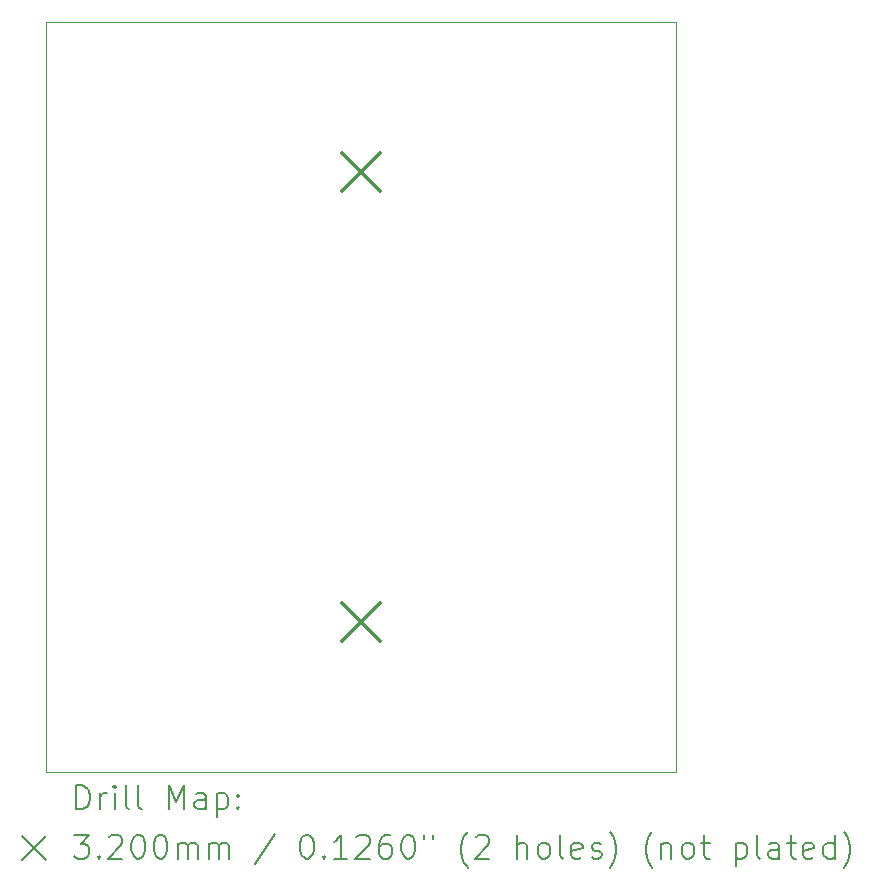
<source format=gbr>
%TF.GenerationSoftware,KiCad,Pcbnew,7.0.7*%
%TF.CreationDate,2023-09-14T17:32:07-04:00*%
%TF.ProjectId,Temps_North_DCT_HSK,54656d70-735f-44e6-9f72-74685f444354,B*%
%TF.SameCoordinates,Original*%
%TF.FileFunction,Drillmap*%
%TF.FilePolarity,Positive*%
%FSLAX45Y45*%
G04 Gerber Fmt 4.5, Leading zero omitted, Abs format (unit mm)*
G04 Created by KiCad (PCBNEW 7.0.7) date 2023-09-14 17:32:07*
%MOMM*%
%LPD*%
G01*
G04 APERTURE LIST*
%ADD10C,0.100000*%
%ADD11C,0.200000*%
%ADD12C,0.320000*%
G04 APERTURE END LIST*
D10*
X10160000Y-5080000D02*
X15494000Y-5080000D01*
X15494000Y-11430000D01*
X10160000Y-11430000D01*
X10160000Y-5080000D01*
D11*
D12*
X12667000Y-6190000D02*
X12987000Y-6510000D01*
X12987000Y-6190000D02*
X12667000Y-6510000D01*
X12667000Y-10000000D02*
X12987000Y-10320000D01*
X12987000Y-10000000D02*
X12667000Y-10320000D01*
D11*
X10415777Y-11746484D02*
X10415777Y-11546484D01*
X10415777Y-11546484D02*
X10463396Y-11546484D01*
X10463396Y-11546484D02*
X10491967Y-11556008D01*
X10491967Y-11556008D02*
X10511015Y-11575055D01*
X10511015Y-11575055D02*
X10520539Y-11594103D01*
X10520539Y-11594103D02*
X10530063Y-11632198D01*
X10530063Y-11632198D02*
X10530063Y-11660769D01*
X10530063Y-11660769D02*
X10520539Y-11698865D01*
X10520539Y-11698865D02*
X10511015Y-11717912D01*
X10511015Y-11717912D02*
X10491967Y-11736960D01*
X10491967Y-11736960D02*
X10463396Y-11746484D01*
X10463396Y-11746484D02*
X10415777Y-11746484D01*
X10615777Y-11746484D02*
X10615777Y-11613150D01*
X10615777Y-11651246D02*
X10625301Y-11632198D01*
X10625301Y-11632198D02*
X10634824Y-11622674D01*
X10634824Y-11622674D02*
X10653872Y-11613150D01*
X10653872Y-11613150D02*
X10672920Y-11613150D01*
X10739586Y-11746484D02*
X10739586Y-11613150D01*
X10739586Y-11546484D02*
X10730063Y-11556008D01*
X10730063Y-11556008D02*
X10739586Y-11565531D01*
X10739586Y-11565531D02*
X10749110Y-11556008D01*
X10749110Y-11556008D02*
X10739586Y-11546484D01*
X10739586Y-11546484D02*
X10739586Y-11565531D01*
X10863396Y-11746484D02*
X10844348Y-11736960D01*
X10844348Y-11736960D02*
X10834824Y-11717912D01*
X10834824Y-11717912D02*
X10834824Y-11546484D01*
X10968158Y-11746484D02*
X10949110Y-11736960D01*
X10949110Y-11736960D02*
X10939586Y-11717912D01*
X10939586Y-11717912D02*
X10939586Y-11546484D01*
X11196729Y-11746484D02*
X11196729Y-11546484D01*
X11196729Y-11546484D02*
X11263396Y-11689341D01*
X11263396Y-11689341D02*
X11330062Y-11546484D01*
X11330062Y-11546484D02*
X11330062Y-11746484D01*
X11511015Y-11746484D02*
X11511015Y-11641722D01*
X11511015Y-11641722D02*
X11501491Y-11622674D01*
X11501491Y-11622674D02*
X11482443Y-11613150D01*
X11482443Y-11613150D02*
X11444348Y-11613150D01*
X11444348Y-11613150D02*
X11425301Y-11622674D01*
X11511015Y-11736960D02*
X11491967Y-11746484D01*
X11491967Y-11746484D02*
X11444348Y-11746484D01*
X11444348Y-11746484D02*
X11425301Y-11736960D01*
X11425301Y-11736960D02*
X11415777Y-11717912D01*
X11415777Y-11717912D02*
X11415777Y-11698865D01*
X11415777Y-11698865D02*
X11425301Y-11679817D01*
X11425301Y-11679817D02*
X11444348Y-11670293D01*
X11444348Y-11670293D02*
X11491967Y-11670293D01*
X11491967Y-11670293D02*
X11511015Y-11660769D01*
X11606253Y-11613150D02*
X11606253Y-11813150D01*
X11606253Y-11622674D02*
X11625301Y-11613150D01*
X11625301Y-11613150D02*
X11663396Y-11613150D01*
X11663396Y-11613150D02*
X11682443Y-11622674D01*
X11682443Y-11622674D02*
X11691967Y-11632198D01*
X11691967Y-11632198D02*
X11701491Y-11651246D01*
X11701491Y-11651246D02*
X11701491Y-11708388D01*
X11701491Y-11708388D02*
X11691967Y-11727436D01*
X11691967Y-11727436D02*
X11682443Y-11736960D01*
X11682443Y-11736960D02*
X11663396Y-11746484D01*
X11663396Y-11746484D02*
X11625301Y-11746484D01*
X11625301Y-11746484D02*
X11606253Y-11736960D01*
X11787205Y-11727436D02*
X11796729Y-11736960D01*
X11796729Y-11736960D02*
X11787205Y-11746484D01*
X11787205Y-11746484D02*
X11777682Y-11736960D01*
X11777682Y-11736960D02*
X11787205Y-11727436D01*
X11787205Y-11727436D02*
X11787205Y-11746484D01*
X11787205Y-11622674D02*
X11796729Y-11632198D01*
X11796729Y-11632198D02*
X11787205Y-11641722D01*
X11787205Y-11641722D02*
X11777682Y-11632198D01*
X11777682Y-11632198D02*
X11787205Y-11622674D01*
X11787205Y-11622674D02*
X11787205Y-11641722D01*
X9955000Y-11975000D02*
X10155000Y-12175000D01*
X10155000Y-11975000D02*
X9955000Y-12175000D01*
X10396729Y-11966484D02*
X10520539Y-11966484D01*
X10520539Y-11966484D02*
X10453872Y-12042674D01*
X10453872Y-12042674D02*
X10482444Y-12042674D01*
X10482444Y-12042674D02*
X10501491Y-12052198D01*
X10501491Y-12052198D02*
X10511015Y-12061722D01*
X10511015Y-12061722D02*
X10520539Y-12080769D01*
X10520539Y-12080769D02*
X10520539Y-12128388D01*
X10520539Y-12128388D02*
X10511015Y-12147436D01*
X10511015Y-12147436D02*
X10501491Y-12156960D01*
X10501491Y-12156960D02*
X10482444Y-12166484D01*
X10482444Y-12166484D02*
X10425301Y-12166484D01*
X10425301Y-12166484D02*
X10406253Y-12156960D01*
X10406253Y-12156960D02*
X10396729Y-12147436D01*
X10606253Y-12147436D02*
X10615777Y-12156960D01*
X10615777Y-12156960D02*
X10606253Y-12166484D01*
X10606253Y-12166484D02*
X10596729Y-12156960D01*
X10596729Y-12156960D02*
X10606253Y-12147436D01*
X10606253Y-12147436D02*
X10606253Y-12166484D01*
X10691967Y-11985531D02*
X10701491Y-11976008D01*
X10701491Y-11976008D02*
X10720539Y-11966484D01*
X10720539Y-11966484D02*
X10768158Y-11966484D01*
X10768158Y-11966484D02*
X10787205Y-11976008D01*
X10787205Y-11976008D02*
X10796729Y-11985531D01*
X10796729Y-11985531D02*
X10806253Y-12004579D01*
X10806253Y-12004579D02*
X10806253Y-12023627D01*
X10806253Y-12023627D02*
X10796729Y-12052198D01*
X10796729Y-12052198D02*
X10682444Y-12166484D01*
X10682444Y-12166484D02*
X10806253Y-12166484D01*
X10930063Y-11966484D02*
X10949110Y-11966484D01*
X10949110Y-11966484D02*
X10968158Y-11976008D01*
X10968158Y-11976008D02*
X10977682Y-11985531D01*
X10977682Y-11985531D02*
X10987205Y-12004579D01*
X10987205Y-12004579D02*
X10996729Y-12042674D01*
X10996729Y-12042674D02*
X10996729Y-12090293D01*
X10996729Y-12090293D02*
X10987205Y-12128388D01*
X10987205Y-12128388D02*
X10977682Y-12147436D01*
X10977682Y-12147436D02*
X10968158Y-12156960D01*
X10968158Y-12156960D02*
X10949110Y-12166484D01*
X10949110Y-12166484D02*
X10930063Y-12166484D01*
X10930063Y-12166484D02*
X10911015Y-12156960D01*
X10911015Y-12156960D02*
X10901491Y-12147436D01*
X10901491Y-12147436D02*
X10891967Y-12128388D01*
X10891967Y-12128388D02*
X10882444Y-12090293D01*
X10882444Y-12090293D02*
X10882444Y-12042674D01*
X10882444Y-12042674D02*
X10891967Y-12004579D01*
X10891967Y-12004579D02*
X10901491Y-11985531D01*
X10901491Y-11985531D02*
X10911015Y-11976008D01*
X10911015Y-11976008D02*
X10930063Y-11966484D01*
X11120539Y-11966484D02*
X11139586Y-11966484D01*
X11139586Y-11966484D02*
X11158634Y-11976008D01*
X11158634Y-11976008D02*
X11168158Y-11985531D01*
X11168158Y-11985531D02*
X11177682Y-12004579D01*
X11177682Y-12004579D02*
X11187205Y-12042674D01*
X11187205Y-12042674D02*
X11187205Y-12090293D01*
X11187205Y-12090293D02*
X11177682Y-12128388D01*
X11177682Y-12128388D02*
X11168158Y-12147436D01*
X11168158Y-12147436D02*
X11158634Y-12156960D01*
X11158634Y-12156960D02*
X11139586Y-12166484D01*
X11139586Y-12166484D02*
X11120539Y-12166484D01*
X11120539Y-12166484D02*
X11101491Y-12156960D01*
X11101491Y-12156960D02*
X11091967Y-12147436D01*
X11091967Y-12147436D02*
X11082444Y-12128388D01*
X11082444Y-12128388D02*
X11072920Y-12090293D01*
X11072920Y-12090293D02*
X11072920Y-12042674D01*
X11072920Y-12042674D02*
X11082444Y-12004579D01*
X11082444Y-12004579D02*
X11091967Y-11985531D01*
X11091967Y-11985531D02*
X11101491Y-11976008D01*
X11101491Y-11976008D02*
X11120539Y-11966484D01*
X11272920Y-12166484D02*
X11272920Y-12033150D01*
X11272920Y-12052198D02*
X11282443Y-12042674D01*
X11282443Y-12042674D02*
X11301491Y-12033150D01*
X11301491Y-12033150D02*
X11330063Y-12033150D01*
X11330063Y-12033150D02*
X11349110Y-12042674D01*
X11349110Y-12042674D02*
X11358634Y-12061722D01*
X11358634Y-12061722D02*
X11358634Y-12166484D01*
X11358634Y-12061722D02*
X11368158Y-12042674D01*
X11368158Y-12042674D02*
X11387205Y-12033150D01*
X11387205Y-12033150D02*
X11415777Y-12033150D01*
X11415777Y-12033150D02*
X11434824Y-12042674D01*
X11434824Y-12042674D02*
X11444348Y-12061722D01*
X11444348Y-12061722D02*
X11444348Y-12166484D01*
X11539586Y-12166484D02*
X11539586Y-12033150D01*
X11539586Y-12052198D02*
X11549110Y-12042674D01*
X11549110Y-12042674D02*
X11568158Y-12033150D01*
X11568158Y-12033150D02*
X11596729Y-12033150D01*
X11596729Y-12033150D02*
X11615777Y-12042674D01*
X11615777Y-12042674D02*
X11625301Y-12061722D01*
X11625301Y-12061722D02*
X11625301Y-12166484D01*
X11625301Y-12061722D02*
X11634824Y-12042674D01*
X11634824Y-12042674D02*
X11653872Y-12033150D01*
X11653872Y-12033150D02*
X11682443Y-12033150D01*
X11682443Y-12033150D02*
X11701491Y-12042674D01*
X11701491Y-12042674D02*
X11711015Y-12061722D01*
X11711015Y-12061722D02*
X11711015Y-12166484D01*
X12101491Y-11956960D02*
X11930063Y-12214103D01*
X12358634Y-11966484D02*
X12377682Y-11966484D01*
X12377682Y-11966484D02*
X12396729Y-11976008D01*
X12396729Y-11976008D02*
X12406253Y-11985531D01*
X12406253Y-11985531D02*
X12415777Y-12004579D01*
X12415777Y-12004579D02*
X12425301Y-12042674D01*
X12425301Y-12042674D02*
X12425301Y-12090293D01*
X12425301Y-12090293D02*
X12415777Y-12128388D01*
X12415777Y-12128388D02*
X12406253Y-12147436D01*
X12406253Y-12147436D02*
X12396729Y-12156960D01*
X12396729Y-12156960D02*
X12377682Y-12166484D01*
X12377682Y-12166484D02*
X12358634Y-12166484D01*
X12358634Y-12166484D02*
X12339586Y-12156960D01*
X12339586Y-12156960D02*
X12330063Y-12147436D01*
X12330063Y-12147436D02*
X12320539Y-12128388D01*
X12320539Y-12128388D02*
X12311015Y-12090293D01*
X12311015Y-12090293D02*
X12311015Y-12042674D01*
X12311015Y-12042674D02*
X12320539Y-12004579D01*
X12320539Y-12004579D02*
X12330063Y-11985531D01*
X12330063Y-11985531D02*
X12339586Y-11976008D01*
X12339586Y-11976008D02*
X12358634Y-11966484D01*
X12511015Y-12147436D02*
X12520539Y-12156960D01*
X12520539Y-12156960D02*
X12511015Y-12166484D01*
X12511015Y-12166484D02*
X12501491Y-12156960D01*
X12501491Y-12156960D02*
X12511015Y-12147436D01*
X12511015Y-12147436D02*
X12511015Y-12166484D01*
X12711015Y-12166484D02*
X12596729Y-12166484D01*
X12653872Y-12166484D02*
X12653872Y-11966484D01*
X12653872Y-11966484D02*
X12634825Y-11995055D01*
X12634825Y-11995055D02*
X12615777Y-12014103D01*
X12615777Y-12014103D02*
X12596729Y-12023627D01*
X12787206Y-11985531D02*
X12796729Y-11976008D01*
X12796729Y-11976008D02*
X12815777Y-11966484D01*
X12815777Y-11966484D02*
X12863396Y-11966484D01*
X12863396Y-11966484D02*
X12882444Y-11976008D01*
X12882444Y-11976008D02*
X12891967Y-11985531D01*
X12891967Y-11985531D02*
X12901491Y-12004579D01*
X12901491Y-12004579D02*
X12901491Y-12023627D01*
X12901491Y-12023627D02*
X12891967Y-12052198D01*
X12891967Y-12052198D02*
X12777682Y-12166484D01*
X12777682Y-12166484D02*
X12901491Y-12166484D01*
X13072920Y-11966484D02*
X13034825Y-11966484D01*
X13034825Y-11966484D02*
X13015777Y-11976008D01*
X13015777Y-11976008D02*
X13006253Y-11985531D01*
X13006253Y-11985531D02*
X12987206Y-12014103D01*
X12987206Y-12014103D02*
X12977682Y-12052198D01*
X12977682Y-12052198D02*
X12977682Y-12128388D01*
X12977682Y-12128388D02*
X12987206Y-12147436D01*
X12987206Y-12147436D02*
X12996729Y-12156960D01*
X12996729Y-12156960D02*
X13015777Y-12166484D01*
X13015777Y-12166484D02*
X13053872Y-12166484D01*
X13053872Y-12166484D02*
X13072920Y-12156960D01*
X13072920Y-12156960D02*
X13082444Y-12147436D01*
X13082444Y-12147436D02*
X13091967Y-12128388D01*
X13091967Y-12128388D02*
X13091967Y-12080769D01*
X13091967Y-12080769D02*
X13082444Y-12061722D01*
X13082444Y-12061722D02*
X13072920Y-12052198D01*
X13072920Y-12052198D02*
X13053872Y-12042674D01*
X13053872Y-12042674D02*
X13015777Y-12042674D01*
X13015777Y-12042674D02*
X12996729Y-12052198D01*
X12996729Y-12052198D02*
X12987206Y-12061722D01*
X12987206Y-12061722D02*
X12977682Y-12080769D01*
X13215777Y-11966484D02*
X13234825Y-11966484D01*
X13234825Y-11966484D02*
X13253872Y-11976008D01*
X13253872Y-11976008D02*
X13263396Y-11985531D01*
X13263396Y-11985531D02*
X13272920Y-12004579D01*
X13272920Y-12004579D02*
X13282444Y-12042674D01*
X13282444Y-12042674D02*
X13282444Y-12090293D01*
X13282444Y-12090293D02*
X13272920Y-12128388D01*
X13272920Y-12128388D02*
X13263396Y-12147436D01*
X13263396Y-12147436D02*
X13253872Y-12156960D01*
X13253872Y-12156960D02*
X13234825Y-12166484D01*
X13234825Y-12166484D02*
X13215777Y-12166484D01*
X13215777Y-12166484D02*
X13196729Y-12156960D01*
X13196729Y-12156960D02*
X13187206Y-12147436D01*
X13187206Y-12147436D02*
X13177682Y-12128388D01*
X13177682Y-12128388D02*
X13168158Y-12090293D01*
X13168158Y-12090293D02*
X13168158Y-12042674D01*
X13168158Y-12042674D02*
X13177682Y-12004579D01*
X13177682Y-12004579D02*
X13187206Y-11985531D01*
X13187206Y-11985531D02*
X13196729Y-11976008D01*
X13196729Y-11976008D02*
X13215777Y-11966484D01*
X13358634Y-11966484D02*
X13358634Y-12004579D01*
X13434825Y-11966484D02*
X13434825Y-12004579D01*
X13730063Y-12242674D02*
X13720539Y-12233150D01*
X13720539Y-12233150D02*
X13701491Y-12204579D01*
X13701491Y-12204579D02*
X13691968Y-12185531D01*
X13691968Y-12185531D02*
X13682444Y-12156960D01*
X13682444Y-12156960D02*
X13672920Y-12109341D01*
X13672920Y-12109341D02*
X13672920Y-12071246D01*
X13672920Y-12071246D02*
X13682444Y-12023627D01*
X13682444Y-12023627D02*
X13691968Y-11995055D01*
X13691968Y-11995055D02*
X13701491Y-11976008D01*
X13701491Y-11976008D02*
X13720539Y-11947436D01*
X13720539Y-11947436D02*
X13730063Y-11937912D01*
X13796729Y-11985531D02*
X13806253Y-11976008D01*
X13806253Y-11976008D02*
X13825301Y-11966484D01*
X13825301Y-11966484D02*
X13872920Y-11966484D01*
X13872920Y-11966484D02*
X13891968Y-11976008D01*
X13891968Y-11976008D02*
X13901491Y-11985531D01*
X13901491Y-11985531D02*
X13911015Y-12004579D01*
X13911015Y-12004579D02*
X13911015Y-12023627D01*
X13911015Y-12023627D02*
X13901491Y-12052198D01*
X13901491Y-12052198D02*
X13787206Y-12166484D01*
X13787206Y-12166484D02*
X13911015Y-12166484D01*
X14149110Y-12166484D02*
X14149110Y-11966484D01*
X14234825Y-12166484D02*
X14234825Y-12061722D01*
X14234825Y-12061722D02*
X14225301Y-12042674D01*
X14225301Y-12042674D02*
X14206253Y-12033150D01*
X14206253Y-12033150D02*
X14177682Y-12033150D01*
X14177682Y-12033150D02*
X14158634Y-12042674D01*
X14158634Y-12042674D02*
X14149110Y-12052198D01*
X14358634Y-12166484D02*
X14339587Y-12156960D01*
X14339587Y-12156960D02*
X14330063Y-12147436D01*
X14330063Y-12147436D02*
X14320539Y-12128388D01*
X14320539Y-12128388D02*
X14320539Y-12071246D01*
X14320539Y-12071246D02*
X14330063Y-12052198D01*
X14330063Y-12052198D02*
X14339587Y-12042674D01*
X14339587Y-12042674D02*
X14358634Y-12033150D01*
X14358634Y-12033150D02*
X14387206Y-12033150D01*
X14387206Y-12033150D02*
X14406253Y-12042674D01*
X14406253Y-12042674D02*
X14415777Y-12052198D01*
X14415777Y-12052198D02*
X14425301Y-12071246D01*
X14425301Y-12071246D02*
X14425301Y-12128388D01*
X14425301Y-12128388D02*
X14415777Y-12147436D01*
X14415777Y-12147436D02*
X14406253Y-12156960D01*
X14406253Y-12156960D02*
X14387206Y-12166484D01*
X14387206Y-12166484D02*
X14358634Y-12166484D01*
X14539587Y-12166484D02*
X14520539Y-12156960D01*
X14520539Y-12156960D02*
X14511015Y-12137912D01*
X14511015Y-12137912D02*
X14511015Y-11966484D01*
X14691968Y-12156960D02*
X14672920Y-12166484D01*
X14672920Y-12166484D02*
X14634825Y-12166484D01*
X14634825Y-12166484D02*
X14615777Y-12156960D01*
X14615777Y-12156960D02*
X14606253Y-12137912D01*
X14606253Y-12137912D02*
X14606253Y-12061722D01*
X14606253Y-12061722D02*
X14615777Y-12042674D01*
X14615777Y-12042674D02*
X14634825Y-12033150D01*
X14634825Y-12033150D02*
X14672920Y-12033150D01*
X14672920Y-12033150D02*
X14691968Y-12042674D01*
X14691968Y-12042674D02*
X14701491Y-12061722D01*
X14701491Y-12061722D02*
X14701491Y-12080769D01*
X14701491Y-12080769D02*
X14606253Y-12099817D01*
X14777682Y-12156960D02*
X14796730Y-12166484D01*
X14796730Y-12166484D02*
X14834825Y-12166484D01*
X14834825Y-12166484D02*
X14853872Y-12156960D01*
X14853872Y-12156960D02*
X14863396Y-12137912D01*
X14863396Y-12137912D02*
X14863396Y-12128388D01*
X14863396Y-12128388D02*
X14853872Y-12109341D01*
X14853872Y-12109341D02*
X14834825Y-12099817D01*
X14834825Y-12099817D02*
X14806253Y-12099817D01*
X14806253Y-12099817D02*
X14787206Y-12090293D01*
X14787206Y-12090293D02*
X14777682Y-12071246D01*
X14777682Y-12071246D02*
X14777682Y-12061722D01*
X14777682Y-12061722D02*
X14787206Y-12042674D01*
X14787206Y-12042674D02*
X14806253Y-12033150D01*
X14806253Y-12033150D02*
X14834825Y-12033150D01*
X14834825Y-12033150D02*
X14853872Y-12042674D01*
X14930063Y-12242674D02*
X14939587Y-12233150D01*
X14939587Y-12233150D02*
X14958634Y-12204579D01*
X14958634Y-12204579D02*
X14968158Y-12185531D01*
X14968158Y-12185531D02*
X14977682Y-12156960D01*
X14977682Y-12156960D02*
X14987206Y-12109341D01*
X14987206Y-12109341D02*
X14987206Y-12071246D01*
X14987206Y-12071246D02*
X14977682Y-12023627D01*
X14977682Y-12023627D02*
X14968158Y-11995055D01*
X14968158Y-11995055D02*
X14958634Y-11976008D01*
X14958634Y-11976008D02*
X14939587Y-11947436D01*
X14939587Y-11947436D02*
X14930063Y-11937912D01*
X15291968Y-12242674D02*
X15282444Y-12233150D01*
X15282444Y-12233150D02*
X15263396Y-12204579D01*
X15263396Y-12204579D02*
X15253872Y-12185531D01*
X15253872Y-12185531D02*
X15244349Y-12156960D01*
X15244349Y-12156960D02*
X15234825Y-12109341D01*
X15234825Y-12109341D02*
X15234825Y-12071246D01*
X15234825Y-12071246D02*
X15244349Y-12023627D01*
X15244349Y-12023627D02*
X15253872Y-11995055D01*
X15253872Y-11995055D02*
X15263396Y-11976008D01*
X15263396Y-11976008D02*
X15282444Y-11947436D01*
X15282444Y-11947436D02*
X15291968Y-11937912D01*
X15368158Y-12033150D02*
X15368158Y-12166484D01*
X15368158Y-12052198D02*
X15377682Y-12042674D01*
X15377682Y-12042674D02*
X15396730Y-12033150D01*
X15396730Y-12033150D02*
X15425301Y-12033150D01*
X15425301Y-12033150D02*
X15444349Y-12042674D01*
X15444349Y-12042674D02*
X15453872Y-12061722D01*
X15453872Y-12061722D02*
X15453872Y-12166484D01*
X15577682Y-12166484D02*
X15558634Y-12156960D01*
X15558634Y-12156960D02*
X15549111Y-12147436D01*
X15549111Y-12147436D02*
X15539587Y-12128388D01*
X15539587Y-12128388D02*
X15539587Y-12071246D01*
X15539587Y-12071246D02*
X15549111Y-12052198D01*
X15549111Y-12052198D02*
X15558634Y-12042674D01*
X15558634Y-12042674D02*
X15577682Y-12033150D01*
X15577682Y-12033150D02*
X15606253Y-12033150D01*
X15606253Y-12033150D02*
X15625301Y-12042674D01*
X15625301Y-12042674D02*
X15634825Y-12052198D01*
X15634825Y-12052198D02*
X15644349Y-12071246D01*
X15644349Y-12071246D02*
X15644349Y-12128388D01*
X15644349Y-12128388D02*
X15634825Y-12147436D01*
X15634825Y-12147436D02*
X15625301Y-12156960D01*
X15625301Y-12156960D02*
X15606253Y-12166484D01*
X15606253Y-12166484D02*
X15577682Y-12166484D01*
X15701492Y-12033150D02*
X15777682Y-12033150D01*
X15730063Y-11966484D02*
X15730063Y-12137912D01*
X15730063Y-12137912D02*
X15739587Y-12156960D01*
X15739587Y-12156960D02*
X15758634Y-12166484D01*
X15758634Y-12166484D02*
X15777682Y-12166484D01*
X15996730Y-12033150D02*
X15996730Y-12233150D01*
X15996730Y-12042674D02*
X16015777Y-12033150D01*
X16015777Y-12033150D02*
X16053873Y-12033150D01*
X16053873Y-12033150D02*
X16072920Y-12042674D01*
X16072920Y-12042674D02*
X16082444Y-12052198D01*
X16082444Y-12052198D02*
X16091968Y-12071246D01*
X16091968Y-12071246D02*
X16091968Y-12128388D01*
X16091968Y-12128388D02*
X16082444Y-12147436D01*
X16082444Y-12147436D02*
X16072920Y-12156960D01*
X16072920Y-12156960D02*
X16053873Y-12166484D01*
X16053873Y-12166484D02*
X16015777Y-12166484D01*
X16015777Y-12166484D02*
X15996730Y-12156960D01*
X16206253Y-12166484D02*
X16187206Y-12156960D01*
X16187206Y-12156960D02*
X16177682Y-12137912D01*
X16177682Y-12137912D02*
X16177682Y-11966484D01*
X16368158Y-12166484D02*
X16368158Y-12061722D01*
X16368158Y-12061722D02*
X16358634Y-12042674D01*
X16358634Y-12042674D02*
X16339587Y-12033150D01*
X16339587Y-12033150D02*
X16301492Y-12033150D01*
X16301492Y-12033150D02*
X16282444Y-12042674D01*
X16368158Y-12156960D02*
X16349111Y-12166484D01*
X16349111Y-12166484D02*
X16301492Y-12166484D01*
X16301492Y-12166484D02*
X16282444Y-12156960D01*
X16282444Y-12156960D02*
X16272920Y-12137912D01*
X16272920Y-12137912D02*
X16272920Y-12118865D01*
X16272920Y-12118865D02*
X16282444Y-12099817D01*
X16282444Y-12099817D02*
X16301492Y-12090293D01*
X16301492Y-12090293D02*
X16349111Y-12090293D01*
X16349111Y-12090293D02*
X16368158Y-12080769D01*
X16434825Y-12033150D02*
X16511015Y-12033150D01*
X16463396Y-11966484D02*
X16463396Y-12137912D01*
X16463396Y-12137912D02*
X16472920Y-12156960D01*
X16472920Y-12156960D02*
X16491968Y-12166484D01*
X16491968Y-12166484D02*
X16511015Y-12166484D01*
X16653873Y-12156960D02*
X16634825Y-12166484D01*
X16634825Y-12166484D02*
X16596730Y-12166484D01*
X16596730Y-12166484D02*
X16577682Y-12156960D01*
X16577682Y-12156960D02*
X16568158Y-12137912D01*
X16568158Y-12137912D02*
X16568158Y-12061722D01*
X16568158Y-12061722D02*
X16577682Y-12042674D01*
X16577682Y-12042674D02*
X16596730Y-12033150D01*
X16596730Y-12033150D02*
X16634825Y-12033150D01*
X16634825Y-12033150D02*
X16653873Y-12042674D01*
X16653873Y-12042674D02*
X16663396Y-12061722D01*
X16663396Y-12061722D02*
X16663396Y-12080769D01*
X16663396Y-12080769D02*
X16568158Y-12099817D01*
X16834825Y-12166484D02*
X16834825Y-11966484D01*
X16834825Y-12156960D02*
X16815777Y-12166484D01*
X16815777Y-12166484D02*
X16777682Y-12166484D01*
X16777682Y-12166484D02*
X16758634Y-12156960D01*
X16758634Y-12156960D02*
X16749111Y-12147436D01*
X16749111Y-12147436D02*
X16739587Y-12128388D01*
X16739587Y-12128388D02*
X16739587Y-12071246D01*
X16739587Y-12071246D02*
X16749111Y-12052198D01*
X16749111Y-12052198D02*
X16758634Y-12042674D01*
X16758634Y-12042674D02*
X16777682Y-12033150D01*
X16777682Y-12033150D02*
X16815777Y-12033150D01*
X16815777Y-12033150D02*
X16834825Y-12042674D01*
X16911016Y-12242674D02*
X16920539Y-12233150D01*
X16920539Y-12233150D02*
X16939587Y-12204579D01*
X16939587Y-12204579D02*
X16949111Y-12185531D01*
X16949111Y-12185531D02*
X16958635Y-12156960D01*
X16958635Y-12156960D02*
X16968158Y-12109341D01*
X16968158Y-12109341D02*
X16968158Y-12071246D01*
X16968158Y-12071246D02*
X16958635Y-12023627D01*
X16958635Y-12023627D02*
X16949111Y-11995055D01*
X16949111Y-11995055D02*
X16939587Y-11976008D01*
X16939587Y-11976008D02*
X16920539Y-11947436D01*
X16920539Y-11947436D02*
X16911016Y-11937912D01*
M02*

</source>
